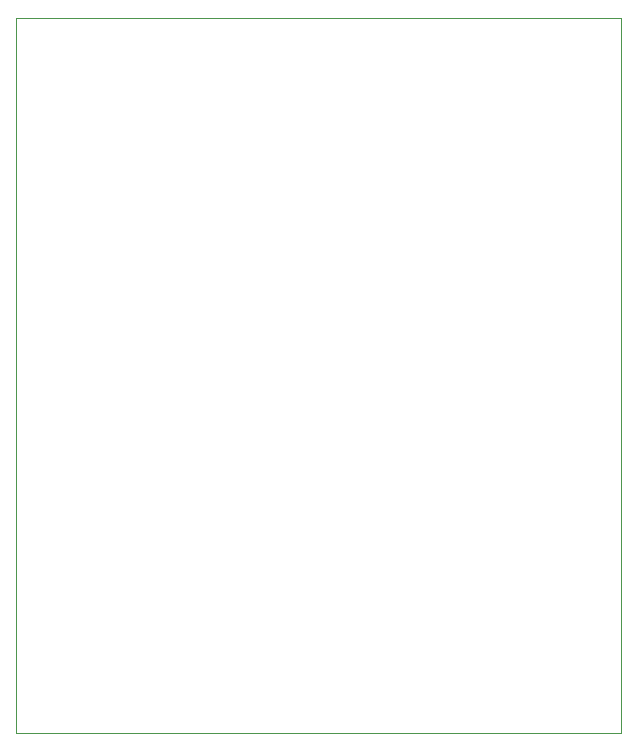
<source format=gbr>
%FSLAX44Y44*%
%MOMM*%
%SFA1B1*%

%IPPOS*%
%ADD117C,0.100000*%
G54D117*
X512599Y0D02*
Y604999D01*
X0Y0D02*
X512599D01*
X0D02*
Y604999D01*
X512599*
M02*
</source>
